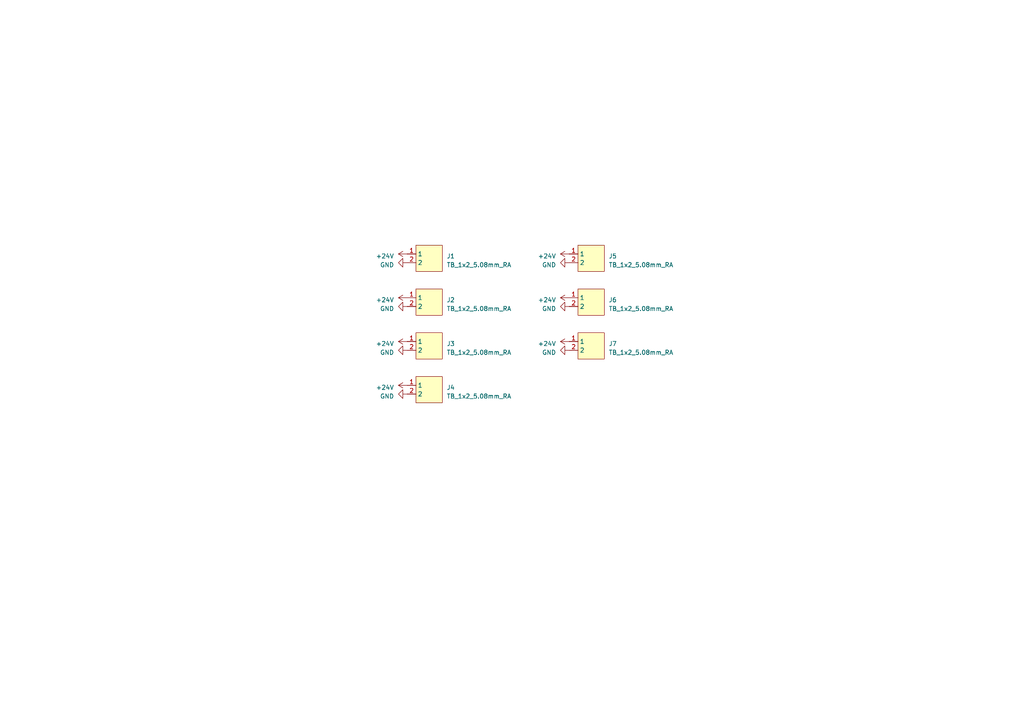
<source format=kicad_sch>
(kicad_sch (version 20230121) (generator eeschema)
  (paper "A4")
  (title_block (title "motor_power_connector") (rev "V0.0") (company "Robolabo"))
  (lib_symbols
    (symbol "PluggableTerminalBlock:TB_1x2_5.08mm_RA"
      (property "Reference" "P" (at 0 10.16 0))
      (property "Value" "TB_1x2_5.08mm_RA" (at 10.16 2.54 90))
      (symbol "TB_1x2_5.08mm_RA_0_1"
        (rectangle (start 0 0) (end 7.62 7.62) (fill (type background)))
      )
      (symbol "TB_1x2_5.08mm_RA_1_1"
        (pin passive line (at -2.54 5.08 0) (length 2.54) (name "1") (number "1"))
        (pin passive line (at -2.54 2.54 0) (length 2.54) (name "2") (number "2"))
      )
    )
    (symbol "power:+24V" (power) (pin_names (offset 0))
      (property "Value" "+24V" (at 0 3.556 0))
      (symbol "+24V_0_1"
        (polyline (pts (xy -0.762 1.27) (xy 0 2.54)))
        (polyline (pts (xy 0 0) (xy 0 2.54)))
        (polyline (pts (xy 0 2.54) (xy 0.762 1.27)))
      )
      (symbol "+24V_1_1"
        (pin power_in line (at 0 0 90) (length 0) hide (name "+24V") (number "1"))
      )
    )
    (symbol "power:GND" (power) (pin_names (offset 0))
      (property "Value" "GND" (at 0 -3.81 0))
      (symbol "GND_0_1"
        (polyline (pts (xy 0 0) (xy 0 -1.27) (xy 1.27 -1.27) (xy 0 -2.54) (xy -1.27 -1.27) (xy 0 -1.27)))
      )
      (symbol "GND_1_1"
        (pin power_in line (at 0 0 270) (length 0) hide (name "GND") (number "1"))
      )
    )
  )
  (symbol (lib_id "power:GND") (at 118.11 76.2 270) (unit 1)
    (property "Reference" "#PWR02" (effects hide))
    (property "Value" "GND" (at 114.3 76.835 90) (effects (justify right)))
  )
  (symbol (lib_id "power:GND") (at 165.1 88.9 270) (unit 1)
    (property "Reference" "#PWR012" (effects hide))
    (property "Value" "GND" (at 161.29 89.535 90) (effects (justify right)))
  )
  (symbol (lib_id "power:+24V") (at 165.1 73.66 90) (unit 1)
    (property "Reference" "#PWR09" (effects hide))
    (property "Value" "+24V" (at 161.29 74.295 90) (effects (justify left)))
  )
  (symbol (lib_id "power:GND") (at 118.11 101.6 270) (unit 1)
    (property "Reference" "#PWR06" (effects hide))
    (property "Value" "GND" (at 114.3 102.235 90) (effects (justify right)))
  )
  (symbol (lib_id "PluggableTerminalBlock:TB_1x2_5.08mm_RA") (at 167.64 78.74 0) (unit 1)
    (property "Reference" "J5" (at 176.53 74.295 0) (effects (justify left)))
    (property "Value" "TB_1x2_5.08mm_RA" (at 176.53 76.835 0) (effects (justify left)))
    (property "Footprint" "PluggableTerminalBLock:MX2EDGR-5.08-GN01-02P-Cu-A" (effects hide))
    (property "LCSC" "C5187973" (effects hide))
  )
  (symbol (lib_id "power:GND") (at 118.11 114.3 270) (unit 1)
    (property "Reference" "#PWR08" (effects hide))
    (property "Value" "GND" (at 114.3 114.935 90) (effects (justify right)))
  )
  (symbol (lib_id "power:GND") (at 165.1 101.6 270) (unit 1)
    (property "Reference" "#PWR014" (effects hide))
    (property "Value" "GND" (at 161.29 102.235 90) (effects (justify right)))
  )
  (symbol (lib_id "power:+24V") (at 165.1 99.06 90) (unit 1)
    (property "Reference" "#PWR013" (effects hide))
    (property "Value" "+24V" (at 161.29 99.695 90) (effects (justify left)))
  )
  (symbol (lib_id "PluggableTerminalBlock:TB_1x2_5.08mm_RA") (at 120.65 104.14 0) (unit 1)
    (property "Reference" "J3" (at 129.54 99.695 0) (effects (justify left)))
    (property "Value" "TB_1x2_5.08mm_RA" (at 129.54 102.235 0) (effects (justify left)))
    (property "Footprint" "PluggableTerminalBLock:MX2EDGR-5.08-GN01-02P-Cu-A" (effects hide))
    (property "LCSC" "C5187973" (effects hide))
  )
  (symbol (lib_id "power:GND") (at 165.1 76.2 270) (unit 1)
    (property "Reference" "#PWR010" (effects hide))
    (property "Value" "GND" (at 161.29 76.835 90) (effects (justify right)))
  )
  (symbol (lib_id "PluggableTerminalBlock:TB_1x2_5.08mm_RA") (at 167.64 91.44 0) (unit 1)
    (property "Reference" "J6" (at 176.53 86.995 0) (effects (justify left)))
    (property "Value" "TB_1x2_5.08mm_RA" (at 176.53 89.535 0) (effects (justify left)))
    (property "Footprint" "PluggableTerminalBLock:MX2EDGR-5.08-GN01-02P-Cu-A" (effects hide))
    (property "LCSC" "C5187973" (effects hide))
  )
  (symbol (lib_id "PluggableTerminalBlock:TB_1x2_5.08mm_RA") (at 167.64 104.14 0) (unit 1)
    (property "Reference" "J7" (at 176.53 99.695 0) (effects (justify left)))
    (property "Value" "TB_1x2_5.08mm_RA" (at 176.53 102.235 0) (effects (justify left)))
    (property "Footprint" "PluggableTerminalBLock:MX2EDGR-5.08-GN01-02P-Cu-A" (effects hide))
    (property "LCSC" "C5187973" (effects hide))
  )
  (symbol (lib_id "PluggableTerminalBlock:TB_1x2_5.08mm_RA") (at 120.65 78.74 0) (unit 1)
    (property "Reference" "J1" (at 129.54 74.295 0) (effects (justify left)))
    (property "Value" "TB_1x2_5.08mm_RA" (at 129.54 76.835 0) (effects (justify left)))
    (property "Footprint" "PluggableTerminalBLock:MX2EDGR-5.08-GN01-02P-Cu-A" (effects hide))
    (property "LCSC" "C5187973" (effects hide))
  )
  (symbol (lib_id "power:+24V") (at 165.1 86.36 90) (unit 1)
    (property "Reference" "#PWR011" (effects hide))
    (property "Value" "+24V" (at 161.29 86.995 90) (effects (justify left)))
  )
  (symbol (lib_id "PluggableTerminalBlock:TB_1x2_5.08mm_RA") (at 120.65 91.44 0) (unit 1)
    (property "Reference" "J2" (at 129.54 86.995 0) (effects (justify left)))
    (property "Value" "TB_1x2_5.08mm_RA" (at 129.54 89.535 0) (effects (justify left)))
    (property "Footprint" "PluggableTerminalBLock:MX2EDGR-5.08-GN01-02P-Cu-A" (effects hide))
    (property "LCSC" "C5187973" (effects hide))
  )
  (symbol (lib_id "power:GND") (at 118.11 88.9 270) (unit 1)
    (property "Reference" "#PWR04" (effects hide))
    (property "Value" "GND" (at 114.3 89.535 90) (effects (justify right)))
  )
  (symbol (lib_id "power:+24V") (at 118.11 86.36 90) (unit 1)
    (property "Reference" "#PWR03" (effects hide))
    (property "Value" "+24V" (at 114.3 86.995 90) (effects (justify left)))
  )
  (symbol (lib_id "power:+24V") (at 118.11 111.76 90) (unit 1)
    (property "Reference" "#PWR07" (effects hide))
    (property "Value" "+24V" (at 114.3 112.395 90) (effects (justify left)))
  )
  (symbol (lib_id "power:+24V") (at 118.11 73.66 90) (unit 1)
    (property "Reference" "#PWR01" (effects hide))
    (property "Value" "+24V" (at 114.3 74.295 90) (effects (justify left)))
  )
  (symbol (lib_id "PluggableTerminalBlock:TB_1x2_5.08mm_RA") (at 120.65 116.84 0) (unit 1)
    (property "Reference" "J4" (at 129.54 112.395 0) (effects (justify left)))
    (property "Value" "TB_1x2_5.08mm_RA" (at 129.54 114.935 0) (effects (justify left)))
    (property "Footprint" "PluggableTerminalBLock:MX2EDGR-5.08-GN01-02P-Cu-A" (effects hide))
    (property "LCSC" "C5187973" (effects hide))
  )
  (symbol (lib_id "power:+24V") (at 118.11 99.06 90) (unit 1)
    (property "Reference" "#PWR05" (effects hide))
    (property "Value" "+24V" (at 114.3 99.695 90) (effects (justify left)))
  )
)
</source>
